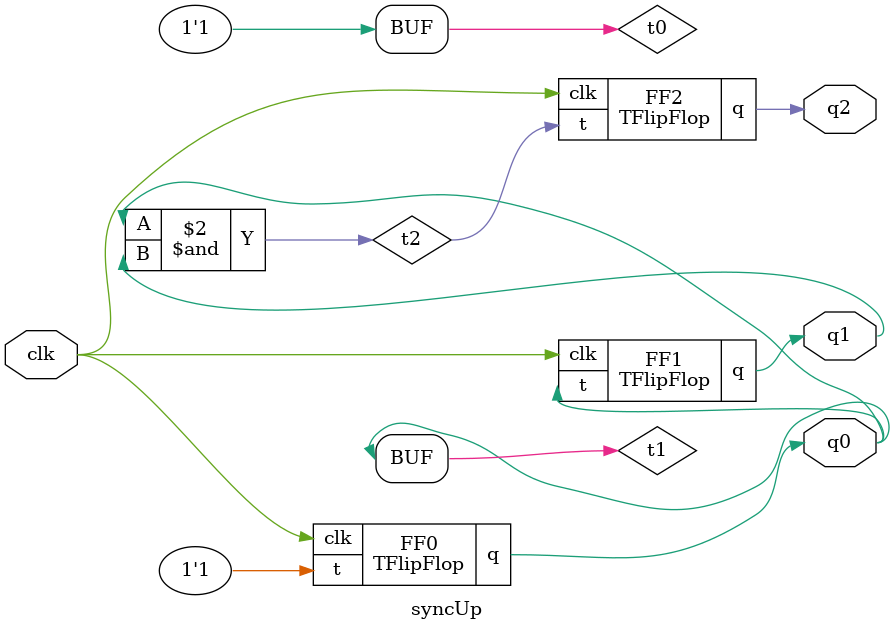
<source format=v>
`timescale 1ns / 1ps


module TFlipFlop(
    input t,clk,
    output q,qbar
);
    reg q;
    initial q = 0;  // Ensure q is initialized properly
    
    always @(posedge clk)
    begin
        if (t == 0)
            q <= q;
        else if (t == 1)
            q <= ~q;
    end
    assign qbar = ~q;
endmodule

module syncUp(
    input clk,
    output q0, q1, q2
);
    wire t0, t1, t2;
    assign t0 = 1;
    assign t1 = t0 & q0;
    assign t2 = t1 & q1;
    
    TFlipFlop FF0 (.t(t0), .clk(clk), .q(q0));
    TFlipFlop FF1 (.t(t1), .clk(clk), .q(q1));
    TFlipFlop FF2 (.t(t2), .clk(clk), .q(q2));
endmodule


</source>
